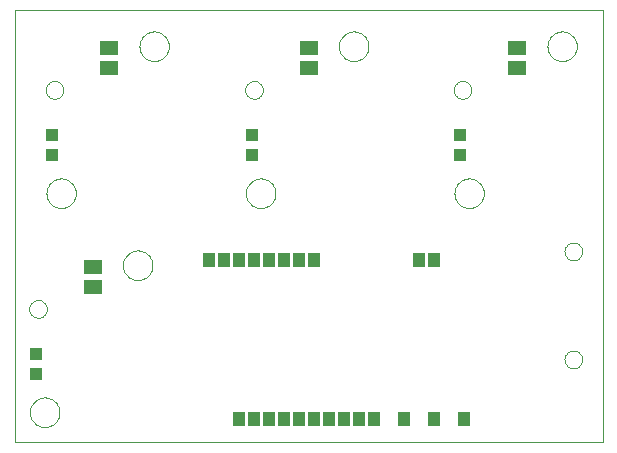
<source format=gtp>
G75*
G70*
%OFA0B0*%
%FSLAX24Y24*%
%IPPOS*%
%LPD*%
%AMOC8*
5,1,8,0,0,1.08239X$1,22.5*
%
%ADD10C,0.0000*%
%ADD11R,0.0394X0.0472*%
%ADD12R,0.0591X0.0512*%
%ADD13R,0.0394X0.0394*%
D10*
X000403Y000907D02*
X000403Y015307D01*
X020003Y015307D01*
X020003Y000907D01*
X000403Y000907D01*
X000911Y001907D02*
X000913Y001951D01*
X000919Y001995D01*
X000929Y002038D01*
X000942Y002080D01*
X000960Y002120D01*
X000981Y002159D01*
X001005Y002196D01*
X001032Y002231D01*
X001063Y002263D01*
X001096Y002292D01*
X001132Y002318D01*
X001170Y002340D01*
X001210Y002359D01*
X001251Y002375D01*
X001294Y002387D01*
X001337Y002395D01*
X001381Y002399D01*
X001425Y002399D01*
X001469Y002395D01*
X001512Y002387D01*
X001555Y002375D01*
X001596Y002359D01*
X001636Y002340D01*
X001674Y002318D01*
X001710Y002292D01*
X001743Y002263D01*
X001774Y002231D01*
X001801Y002196D01*
X001825Y002159D01*
X001846Y002120D01*
X001864Y002080D01*
X001877Y002038D01*
X001887Y001995D01*
X001893Y001951D01*
X001895Y001907D01*
X001893Y001863D01*
X001887Y001819D01*
X001877Y001776D01*
X001864Y001734D01*
X001846Y001694D01*
X001825Y001655D01*
X001801Y001618D01*
X001774Y001583D01*
X001743Y001551D01*
X001710Y001522D01*
X001674Y001496D01*
X001636Y001474D01*
X001596Y001455D01*
X001555Y001439D01*
X001512Y001427D01*
X001469Y001419D01*
X001425Y001415D01*
X001381Y001415D01*
X001337Y001419D01*
X001294Y001427D01*
X001251Y001439D01*
X001210Y001455D01*
X001170Y001474D01*
X001132Y001496D01*
X001096Y001522D01*
X001063Y001551D01*
X001032Y001583D01*
X001005Y001618D01*
X000981Y001655D01*
X000960Y001694D01*
X000942Y001734D01*
X000929Y001776D01*
X000919Y001819D01*
X000913Y001863D01*
X000911Y001907D01*
X000887Y005348D02*
X000889Y005382D01*
X000895Y005416D01*
X000905Y005449D01*
X000918Y005480D01*
X000936Y005510D01*
X000956Y005538D01*
X000980Y005563D01*
X001006Y005585D01*
X001034Y005603D01*
X001065Y005619D01*
X001097Y005631D01*
X001131Y005639D01*
X001165Y005643D01*
X001199Y005643D01*
X001233Y005639D01*
X001267Y005631D01*
X001299Y005619D01*
X001329Y005603D01*
X001358Y005585D01*
X001384Y005563D01*
X001408Y005538D01*
X001428Y005510D01*
X001446Y005480D01*
X001459Y005449D01*
X001469Y005416D01*
X001475Y005382D01*
X001477Y005348D01*
X001475Y005314D01*
X001469Y005280D01*
X001459Y005247D01*
X001446Y005216D01*
X001428Y005186D01*
X001408Y005158D01*
X001384Y005133D01*
X001358Y005111D01*
X001330Y005093D01*
X001299Y005077D01*
X001267Y005065D01*
X001233Y005057D01*
X001199Y005053D01*
X001165Y005053D01*
X001131Y005057D01*
X001097Y005065D01*
X001065Y005077D01*
X001034Y005093D01*
X001006Y005111D01*
X000980Y005133D01*
X000956Y005158D01*
X000936Y005186D01*
X000918Y005216D01*
X000905Y005247D01*
X000895Y005280D01*
X000889Y005314D01*
X000887Y005348D01*
X004011Y006807D02*
X004013Y006851D01*
X004019Y006895D01*
X004029Y006938D01*
X004042Y006980D01*
X004060Y007020D01*
X004081Y007059D01*
X004105Y007096D01*
X004132Y007131D01*
X004163Y007163D01*
X004196Y007192D01*
X004232Y007218D01*
X004270Y007240D01*
X004310Y007259D01*
X004351Y007275D01*
X004394Y007287D01*
X004437Y007295D01*
X004481Y007299D01*
X004525Y007299D01*
X004569Y007295D01*
X004612Y007287D01*
X004655Y007275D01*
X004696Y007259D01*
X004736Y007240D01*
X004774Y007218D01*
X004810Y007192D01*
X004843Y007163D01*
X004874Y007131D01*
X004901Y007096D01*
X004925Y007059D01*
X004946Y007020D01*
X004964Y006980D01*
X004977Y006938D01*
X004987Y006895D01*
X004993Y006851D01*
X004995Y006807D01*
X004993Y006763D01*
X004987Y006719D01*
X004977Y006676D01*
X004964Y006634D01*
X004946Y006594D01*
X004925Y006555D01*
X004901Y006518D01*
X004874Y006483D01*
X004843Y006451D01*
X004810Y006422D01*
X004774Y006396D01*
X004736Y006374D01*
X004696Y006355D01*
X004655Y006339D01*
X004612Y006327D01*
X004569Y006319D01*
X004525Y006315D01*
X004481Y006315D01*
X004437Y006319D01*
X004394Y006327D01*
X004351Y006339D01*
X004310Y006355D01*
X004270Y006374D01*
X004232Y006396D01*
X004196Y006422D01*
X004163Y006451D01*
X004132Y006483D01*
X004105Y006518D01*
X004081Y006555D01*
X004060Y006594D01*
X004042Y006634D01*
X004029Y006676D01*
X004019Y006719D01*
X004013Y006763D01*
X004011Y006807D01*
X001461Y009207D02*
X001463Y009251D01*
X001469Y009295D01*
X001479Y009338D01*
X001492Y009380D01*
X001510Y009420D01*
X001531Y009459D01*
X001555Y009496D01*
X001582Y009531D01*
X001613Y009563D01*
X001646Y009592D01*
X001682Y009618D01*
X001720Y009640D01*
X001760Y009659D01*
X001801Y009675D01*
X001844Y009687D01*
X001887Y009695D01*
X001931Y009699D01*
X001975Y009699D01*
X002019Y009695D01*
X002062Y009687D01*
X002105Y009675D01*
X002146Y009659D01*
X002186Y009640D01*
X002224Y009618D01*
X002260Y009592D01*
X002293Y009563D01*
X002324Y009531D01*
X002351Y009496D01*
X002375Y009459D01*
X002396Y009420D01*
X002414Y009380D01*
X002427Y009338D01*
X002437Y009295D01*
X002443Y009251D01*
X002445Y009207D01*
X002443Y009163D01*
X002437Y009119D01*
X002427Y009076D01*
X002414Y009034D01*
X002396Y008994D01*
X002375Y008955D01*
X002351Y008918D01*
X002324Y008883D01*
X002293Y008851D01*
X002260Y008822D01*
X002224Y008796D01*
X002186Y008774D01*
X002146Y008755D01*
X002105Y008739D01*
X002062Y008727D01*
X002019Y008719D01*
X001975Y008715D01*
X001931Y008715D01*
X001887Y008719D01*
X001844Y008727D01*
X001801Y008739D01*
X001760Y008755D01*
X001720Y008774D01*
X001682Y008796D01*
X001646Y008822D01*
X001613Y008851D01*
X001582Y008883D01*
X001555Y008918D01*
X001531Y008955D01*
X001510Y008994D01*
X001492Y009034D01*
X001479Y009076D01*
X001469Y009119D01*
X001463Y009163D01*
X001461Y009207D01*
X001437Y012648D02*
X001439Y012682D01*
X001445Y012716D01*
X001455Y012749D01*
X001468Y012780D01*
X001486Y012810D01*
X001506Y012838D01*
X001530Y012863D01*
X001556Y012885D01*
X001584Y012903D01*
X001615Y012919D01*
X001647Y012931D01*
X001681Y012939D01*
X001715Y012943D01*
X001749Y012943D01*
X001783Y012939D01*
X001817Y012931D01*
X001849Y012919D01*
X001879Y012903D01*
X001908Y012885D01*
X001934Y012863D01*
X001958Y012838D01*
X001978Y012810D01*
X001996Y012780D01*
X002009Y012749D01*
X002019Y012716D01*
X002025Y012682D01*
X002027Y012648D01*
X002025Y012614D01*
X002019Y012580D01*
X002009Y012547D01*
X001996Y012516D01*
X001978Y012486D01*
X001958Y012458D01*
X001934Y012433D01*
X001908Y012411D01*
X001880Y012393D01*
X001849Y012377D01*
X001817Y012365D01*
X001783Y012357D01*
X001749Y012353D01*
X001715Y012353D01*
X001681Y012357D01*
X001647Y012365D01*
X001615Y012377D01*
X001584Y012393D01*
X001556Y012411D01*
X001530Y012433D01*
X001506Y012458D01*
X001486Y012486D01*
X001468Y012516D01*
X001455Y012547D01*
X001445Y012580D01*
X001439Y012614D01*
X001437Y012648D01*
X004561Y014107D02*
X004563Y014151D01*
X004569Y014195D01*
X004579Y014238D01*
X004592Y014280D01*
X004610Y014320D01*
X004631Y014359D01*
X004655Y014396D01*
X004682Y014431D01*
X004713Y014463D01*
X004746Y014492D01*
X004782Y014518D01*
X004820Y014540D01*
X004860Y014559D01*
X004901Y014575D01*
X004944Y014587D01*
X004987Y014595D01*
X005031Y014599D01*
X005075Y014599D01*
X005119Y014595D01*
X005162Y014587D01*
X005205Y014575D01*
X005246Y014559D01*
X005286Y014540D01*
X005324Y014518D01*
X005360Y014492D01*
X005393Y014463D01*
X005424Y014431D01*
X005451Y014396D01*
X005475Y014359D01*
X005496Y014320D01*
X005514Y014280D01*
X005527Y014238D01*
X005537Y014195D01*
X005543Y014151D01*
X005545Y014107D01*
X005543Y014063D01*
X005537Y014019D01*
X005527Y013976D01*
X005514Y013934D01*
X005496Y013894D01*
X005475Y013855D01*
X005451Y013818D01*
X005424Y013783D01*
X005393Y013751D01*
X005360Y013722D01*
X005324Y013696D01*
X005286Y013674D01*
X005246Y013655D01*
X005205Y013639D01*
X005162Y013627D01*
X005119Y013619D01*
X005075Y013615D01*
X005031Y013615D01*
X004987Y013619D01*
X004944Y013627D01*
X004901Y013639D01*
X004860Y013655D01*
X004820Y013674D01*
X004782Y013696D01*
X004746Y013722D01*
X004713Y013751D01*
X004682Y013783D01*
X004655Y013818D01*
X004631Y013855D01*
X004610Y013894D01*
X004592Y013934D01*
X004579Y013976D01*
X004569Y014019D01*
X004563Y014063D01*
X004561Y014107D01*
X008087Y012648D02*
X008089Y012682D01*
X008095Y012716D01*
X008105Y012749D01*
X008118Y012780D01*
X008136Y012810D01*
X008156Y012838D01*
X008180Y012863D01*
X008206Y012885D01*
X008234Y012903D01*
X008265Y012919D01*
X008297Y012931D01*
X008331Y012939D01*
X008365Y012943D01*
X008399Y012943D01*
X008433Y012939D01*
X008467Y012931D01*
X008499Y012919D01*
X008529Y012903D01*
X008558Y012885D01*
X008584Y012863D01*
X008608Y012838D01*
X008628Y012810D01*
X008646Y012780D01*
X008659Y012749D01*
X008669Y012716D01*
X008675Y012682D01*
X008677Y012648D01*
X008675Y012614D01*
X008669Y012580D01*
X008659Y012547D01*
X008646Y012516D01*
X008628Y012486D01*
X008608Y012458D01*
X008584Y012433D01*
X008558Y012411D01*
X008530Y012393D01*
X008499Y012377D01*
X008467Y012365D01*
X008433Y012357D01*
X008399Y012353D01*
X008365Y012353D01*
X008331Y012357D01*
X008297Y012365D01*
X008265Y012377D01*
X008234Y012393D01*
X008206Y012411D01*
X008180Y012433D01*
X008156Y012458D01*
X008136Y012486D01*
X008118Y012516D01*
X008105Y012547D01*
X008095Y012580D01*
X008089Y012614D01*
X008087Y012648D01*
X011211Y014107D02*
X011213Y014151D01*
X011219Y014195D01*
X011229Y014238D01*
X011242Y014280D01*
X011260Y014320D01*
X011281Y014359D01*
X011305Y014396D01*
X011332Y014431D01*
X011363Y014463D01*
X011396Y014492D01*
X011432Y014518D01*
X011470Y014540D01*
X011510Y014559D01*
X011551Y014575D01*
X011594Y014587D01*
X011637Y014595D01*
X011681Y014599D01*
X011725Y014599D01*
X011769Y014595D01*
X011812Y014587D01*
X011855Y014575D01*
X011896Y014559D01*
X011936Y014540D01*
X011974Y014518D01*
X012010Y014492D01*
X012043Y014463D01*
X012074Y014431D01*
X012101Y014396D01*
X012125Y014359D01*
X012146Y014320D01*
X012164Y014280D01*
X012177Y014238D01*
X012187Y014195D01*
X012193Y014151D01*
X012195Y014107D01*
X012193Y014063D01*
X012187Y014019D01*
X012177Y013976D01*
X012164Y013934D01*
X012146Y013894D01*
X012125Y013855D01*
X012101Y013818D01*
X012074Y013783D01*
X012043Y013751D01*
X012010Y013722D01*
X011974Y013696D01*
X011936Y013674D01*
X011896Y013655D01*
X011855Y013639D01*
X011812Y013627D01*
X011769Y013619D01*
X011725Y013615D01*
X011681Y013615D01*
X011637Y013619D01*
X011594Y013627D01*
X011551Y013639D01*
X011510Y013655D01*
X011470Y013674D01*
X011432Y013696D01*
X011396Y013722D01*
X011363Y013751D01*
X011332Y013783D01*
X011305Y013818D01*
X011281Y013855D01*
X011260Y013894D01*
X011242Y013934D01*
X011229Y013976D01*
X011219Y014019D01*
X011213Y014063D01*
X011211Y014107D01*
X015037Y012648D02*
X015039Y012682D01*
X015045Y012716D01*
X015055Y012749D01*
X015068Y012780D01*
X015086Y012810D01*
X015106Y012838D01*
X015130Y012863D01*
X015156Y012885D01*
X015184Y012903D01*
X015215Y012919D01*
X015247Y012931D01*
X015281Y012939D01*
X015315Y012943D01*
X015349Y012943D01*
X015383Y012939D01*
X015417Y012931D01*
X015449Y012919D01*
X015479Y012903D01*
X015508Y012885D01*
X015534Y012863D01*
X015558Y012838D01*
X015578Y012810D01*
X015596Y012780D01*
X015609Y012749D01*
X015619Y012716D01*
X015625Y012682D01*
X015627Y012648D01*
X015625Y012614D01*
X015619Y012580D01*
X015609Y012547D01*
X015596Y012516D01*
X015578Y012486D01*
X015558Y012458D01*
X015534Y012433D01*
X015508Y012411D01*
X015480Y012393D01*
X015449Y012377D01*
X015417Y012365D01*
X015383Y012357D01*
X015349Y012353D01*
X015315Y012353D01*
X015281Y012357D01*
X015247Y012365D01*
X015215Y012377D01*
X015184Y012393D01*
X015156Y012411D01*
X015130Y012433D01*
X015106Y012458D01*
X015086Y012486D01*
X015068Y012516D01*
X015055Y012547D01*
X015045Y012580D01*
X015039Y012614D01*
X015037Y012648D01*
X018161Y014107D02*
X018163Y014151D01*
X018169Y014195D01*
X018179Y014238D01*
X018192Y014280D01*
X018210Y014320D01*
X018231Y014359D01*
X018255Y014396D01*
X018282Y014431D01*
X018313Y014463D01*
X018346Y014492D01*
X018382Y014518D01*
X018420Y014540D01*
X018460Y014559D01*
X018501Y014575D01*
X018544Y014587D01*
X018587Y014595D01*
X018631Y014599D01*
X018675Y014599D01*
X018719Y014595D01*
X018762Y014587D01*
X018805Y014575D01*
X018846Y014559D01*
X018886Y014540D01*
X018924Y014518D01*
X018960Y014492D01*
X018993Y014463D01*
X019024Y014431D01*
X019051Y014396D01*
X019075Y014359D01*
X019096Y014320D01*
X019114Y014280D01*
X019127Y014238D01*
X019137Y014195D01*
X019143Y014151D01*
X019145Y014107D01*
X019143Y014063D01*
X019137Y014019D01*
X019127Y013976D01*
X019114Y013934D01*
X019096Y013894D01*
X019075Y013855D01*
X019051Y013818D01*
X019024Y013783D01*
X018993Y013751D01*
X018960Y013722D01*
X018924Y013696D01*
X018886Y013674D01*
X018846Y013655D01*
X018805Y013639D01*
X018762Y013627D01*
X018719Y013619D01*
X018675Y013615D01*
X018631Y013615D01*
X018587Y013619D01*
X018544Y013627D01*
X018501Y013639D01*
X018460Y013655D01*
X018420Y013674D01*
X018382Y013696D01*
X018346Y013722D01*
X018313Y013751D01*
X018282Y013783D01*
X018255Y013818D01*
X018231Y013855D01*
X018210Y013894D01*
X018192Y013934D01*
X018179Y013976D01*
X018169Y014019D01*
X018163Y014063D01*
X018161Y014107D01*
X015061Y009207D02*
X015063Y009251D01*
X015069Y009295D01*
X015079Y009338D01*
X015092Y009380D01*
X015110Y009420D01*
X015131Y009459D01*
X015155Y009496D01*
X015182Y009531D01*
X015213Y009563D01*
X015246Y009592D01*
X015282Y009618D01*
X015320Y009640D01*
X015360Y009659D01*
X015401Y009675D01*
X015444Y009687D01*
X015487Y009695D01*
X015531Y009699D01*
X015575Y009699D01*
X015619Y009695D01*
X015662Y009687D01*
X015705Y009675D01*
X015746Y009659D01*
X015786Y009640D01*
X015824Y009618D01*
X015860Y009592D01*
X015893Y009563D01*
X015924Y009531D01*
X015951Y009496D01*
X015975Y009459D01*
X015996Y009420D01*
X016014Y009380D01*
X016027Y009338D01*
X016037Y009295D01*
X016043Y009251D01*
X016045Y009207D01*
X016043Y009163D01*
X016037Y009119D01*
X016027Y009076D01*
X016014Y009034D01*
X015996Y008994D01*
X015975Y008955D01*
X015951Y008918D01*
X015924Y008883D01*
X015893Y008851D01*
X015860Y008822D01*
X015824Y008796D01*
X015786Y008774D01*
X015746Y008755D01*
X015705Y008739D01*
X015662Y008727D01*
X015619Y008719D01*
X015575Y008715D01*
X015531Y008715D01*
X015487Y008719D01*
X015444Y008727D01*
X015401Y008739D01*
X015360Y008755D01*
X015320Y008774D01*
X015282Y008796D01*
X015246Y008822D01*
X015213Y008851D01*
X015182Y008883D01*
X015155Y008918D01*
X015131Y008955D01*
X015110Y008994D01*
X015092Y009034D01*
X015079Y009076D01*
X015069Y009119D01*
X015063Y009163D01*
X015061Y009207D01*
X018729Y007266D02*
X018731Y007300D01*
X018737Y007334D01*
X018747Y007367D01*
X018760Y007398D01*
X018778Y007428D01*
X018798Y007456D01*
X018822Y007481D01*
X018848Y007503D01*
X018876Y007521D01*
X018907Y007537D01*
X018939Y007549D01*
X018973Y007557D01*
X019007Y007561D01*
X019041Y007561D01*
X019075Y007557D01*
X019109Y007549D01*
X019141Y007537D01*
X019171Y007521D01*
X019200Y007503D01*
X019226Y007481D01*
X019250Y007456D01*
X019270Y007428D01*
X019288Y007398D01*
X019301Y007367D01*
X019311Y007334D01*
X019317Y007300D01*
X019319Y007266D01*
X019317Y007232D01*
X019311Y007198D01*
X019301Y007165D01*
X019288Y007134D01*
X019270Y007104D01*
X019250Y007076D01*
X019226Y007051D01*
X019200Y007029D01*
X019172Y007011D01*
X019141Y006995D01*
X019109Y006983D01*
X019075Y006975D01*
X019041Y006971D01*
X019007Y006971D01*
X018973Y006975D01*
X018939Y006983D01*
X018907Y006995D01*
X018876Y007011D01*
X018848Y007029D01*
X018822Y007051D01*
X018798Y007076D01*
X018778Y007104D01*
X018760Y007134D01*
X018747Y007165D01*
X018737Y007198D01*
X018731Y007232D01*
X018729Y007266D01*
X018729Y003666D02*
X018731Y003700D01*
X018737Y003734D01*
X018747Y003767D01*
X018760Y003798D01*
X018778Y003828D01*
X018798Y003856D01*
X018822Y003881D01*
X018848Y003903D01*
X018876Y003921D01*
X018907Y003937D01*
X018939Y003949D01*
X018973Y003957D01*
X019007Y003961D01*
X019041Y003961D01*
X019075Y003957D01*
X019109Y003949D01*
X019141Y003937D01*
X019171Y003921D01*
X019200Y003903D01*
X019226Y003881D01*
X019250Y003856D01*
X019270Y003828D01*
X019288Y003798D01*
X019301Y003767D01*
X019311Y003734D01*
X019317Y003700D01*
X019319Y003666D01*
X019317Y003632D01*
X019311Y003598D01*
X019301Y003565D01*
X019288Y003534D01*
X019270Y003504D01*
X019250Y003476D01*
X019226Y003451D01*
X019200Y003429D01*
X019172Y003411D01*
X019141Y003395D01*
X019109Y003383D01*
X019075Y003375D01*
X019041Y003371D01*
X019007Y003371D01*
X018973Y003375D01*
X018939Y003383D01*
X018907Y003395D01*
X018876Y003411D01*
X018848Y003429D01*
X018822Y003451D01*
X018798Y003476D01*
X018778Y003504D01*
X018760Y003534D01*
X018747Y003565D01*
X018737Y003598D01*
X018731Y003632D01*
X018729Y003666D01*
X008111Y009207D02*
X008113Y009251D01*
X008119Y009295D01*
X008129Y009338D01*
X008142Y009380D01*
X008160Y009420D01*
X008181Y009459D01*
X008205Y009496D01*
X008232Y009531D01*
X008263Y009563D01*
X008296Y009592D01*
X008332Y009618D01*
X008370Y009640D01*
X008410Y009659D01*
X008451Y009675D01*
X008494Y009687D01*
X008537Y009695D01*
X008581Y009699D01*
X008625Y009699D01*
X008669Y009695D01*
X008712Y009687D01*
X008755Y009675D01*
X008796Y009659D01*
X008836Y009640D01*
X008874Y009618D01*
X008910Y009592D01*
X008943Y009563D01*
X008974Y009531D01*
X009001Y009496D01*
X009025Y009459D01*
X009046Y009420D01*
X009064Y009380D01*
X009077Y009338D01*
X009087Y009295D01*
X009093Y009251D01*
X009095Y009207D01*
X009093Y009163D01*
X009087Y009119D01*
X009077Y009076D01*
X009064Y009034D01*
X009046Y008994D01*
X009025Y008955D01*
X009001Y008918D01*
X008974Y008883D01*
X008943Y008851D01*
X008910Y008822D01*
X008874Y008796D01*
X008836Y008774D01*
X008796Y008755D01*
X008755Y008739D01*
X008712Y008727D01*
X008669Y008719D01*
X008625Y008715D01*
X008581Y008715D01*
X008537Y008719D01*
X008494Y008727D01*
X008451Y008739D01*
X008410Y008755D01*
X008370Y008774D01*
X008332Y008796D01*
X008296Y008822D01*
X008263Y008851D01*
X008232Y008883D01*
X008205Y008918D01*
X008181Y008955D01*
X008160Y008994D01*
X008142Y009034D01*
X008129Y009076D01*
X008119Y009119D01*
X008113Y009163D01*
X008111Y009207D01*
D11*
X007883Y006990D03*
X007383Y006990D03*
X006883Y006990D03*
X008383Y006990D03*
X008883Y006990D03*
X009383Y006990D03*
X009883Y006990D03*
X010383Y006990D03*
X013883Y006990D03*
X014383Y006990D03*
X014383Y001690D03*
X013383Y001690D03*
X012383Y001690D03*
X011883Y001690D03*
X011383Y001690D03*
X010883Y001690D03*
X010383Y001690D03*
X009883Y001690D03*
X009383Y001690D03*
X008883Y001690D03*
X008383Y001690D03*
X007883Y001690D03*
X015383Y001690D03*
D12*
X003003Y006072D03*
X003003Y006742D03*
X003553Y013372D03*
X003553Y014042D03*
X010203Y014042D03*
X010203Y013372D03*
X017153Y013372D03*
X017153Y014042D03*
D13*
X015253Y011142D03*
X015253Y010472D03*
X008303Y010472D03*
X008303Y011142D03*
X001653Y011142D03*
X001653Y010472D03*
X001103Y003842D03*
X001103Y003172D03*
M02*

</source>
